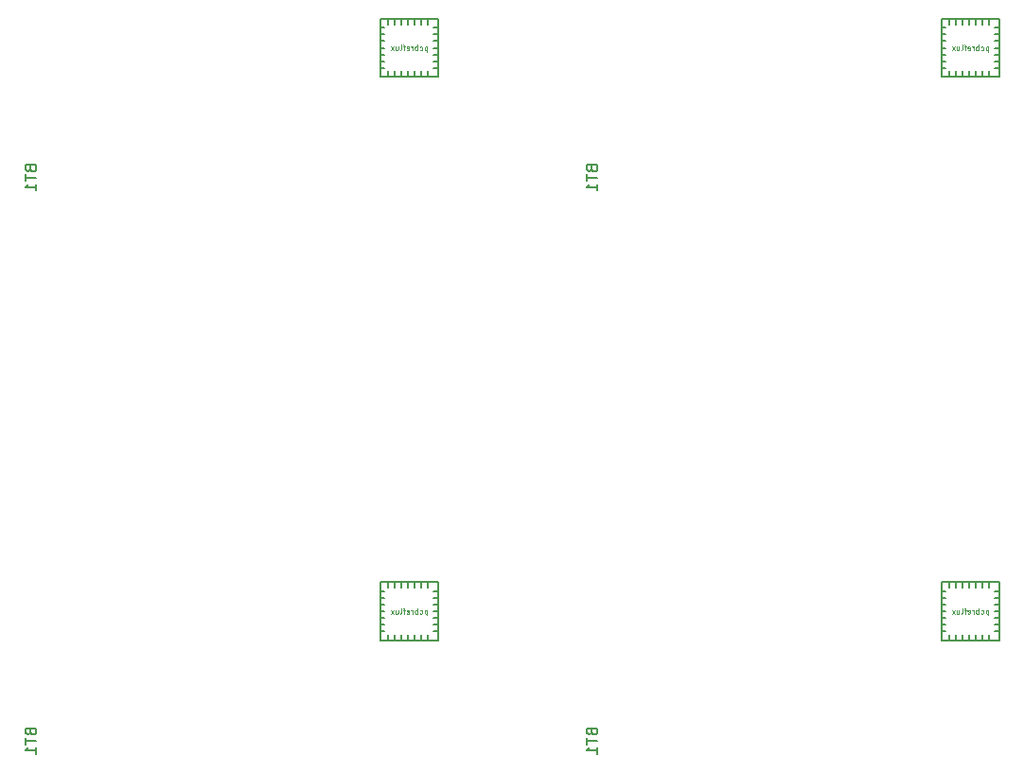
<source format=gbr>
G04 #@! TF.FileFunction,Legend,Bot*
%FSLAX46Y46*%
G04 Gerber Fmt 4.6, Leading zero omitted, Abs format (unit mm)*
G04 Created by KiCad (PCBNEW 4.1.0-alpha+201607130321+6976~46~ubuntu16.04.1-product) date Wed Aug  3 15:05:52 2016*
%MOMM*%
%LPD*%
G01*
G04 APERTURE LIST*
%ADD10C,0.100000*%
%ADD11C,0.150000*%
G04 APERTURE END LIST*
D10*
D11*
X138900000Y-76900000D02*
X138900000Y-77300000D01*
X138300000Y-76900000D02*
X138300000Y-77300000D01*
X137700000Y-76900000D02*
X137700000Y-77300000D01*
X137100000Y-76900000D02*
X137100000Y-77300000D01*
X136500000Y-76900000D02*
X136500000Y-77300000D01*
X135900000Y-76900000D02*
X135900000Y-77300000D01*
X135300000Y-76900000D02*
X135300000Y-77300000D01*
X134600000Y-82000000D02*
X139800000Y-82000000D01*
X134600000Y-76800000D02*
X139800000Y-76800000D01*
X135300000Y-81500000D02*
X135300000Y-81900000D01*
X135900000Y-81500000D02*
X135900000Y-81900000D01*
X136500000Y-81500000D02*
X136500000Y-81900000D01*
X137100000Y-81500000D02*
X137100000Y-81900000D01*
X137700000Y-81500000D02*
X137700000Y-81900000D01*
X138300000Y-81500000D02*
X138300000Y-81900000D01*
X138900000Y-81500000D02*
X138900000Y-81900000D01*
X134600000Y-81200000D02*
X135000000Y-81200000D01*
X134600000Y-80600000D02*
X135000000Y-80600000D01*
X134600000Y-80000000D02*
X135000000Y-80000000D01*
X134600000Y-79400000D02*
X135000000Y-79400000D01*
X134600000Y-78800000D02*
X135000000Y-78800000D01*
X134600000Y-78200000D02*
X135000000Y-78200000D01*
X134600000Y-77600000D02*
X135000000Y-77600000D01*
X139400000Y-77600000D02*
X139800000Y-77600000D01*
X139400000Y-78200000D02*
X139800000Y-78200000D01*
X139400000Y-78800000D02*
X139800000Y-78800000D01*
X139400000Y-79400000D02*
X139800000Y-79400000D01*
X139400000Y-80000000D02*
X139800000Y-80000000D01*
X139400000Y-80600000D02*
X139800000Y-80600000D01*
X139400000Y-81200000D02*
X139800000Y-81200000D01*
X139800000Y-82000000D02*
X139800000Y-76800000D01*
X134600000Y-76800000D02*
X134600000Y-82000000D01*
X88700000Y-76900000D02*
X88700000Y-77300000D01*
X88100000Y-76900000D02*
X88100000Y-77300000D01*
X87500000Y-76900000D02*
X87500000Y-77300000D01*
X86900000Y-76900000D02*
X86900000Y-77300000D01*
X86300000Y-76900000D02*
X86300000Y-77300000D01*
X85700000Y-76900000D02*
X85700000Y-77300000D01*
X85100000Y-76900000D02*
X85100000Y-77300000D01*
X84400000Y-82000000D02*
X89600000Y-82000000D01*
X84400000Y-76800000D02*
X89600000Y-76800000D01*
X85100000Y-81500000D02*
X85100000Y-81900000D01*
X85700000Y-81500000D02*
X85700000Y-81900000D01*
X86300000Y-81500000D02*
X86300000Y-81900000D01*
X86900000Y-81500000D02*
X86900000Y-81900000D01*
X87500000Y-81500000D02*
X87500000Y-81900000D01*
X88100000Y-81500000D02*
X88100000Y-81900000D01*
X88700000Y-81500000D02*
X88700000Y-81900000D01*
X84400000Y-81200000D02*
X84800000Y-81200000D01*
X84400000Y-80600000D02*
X84800000Y-80600000D01*
X84400000Y-80000000D02*
X84800000Y-80000000D01*
X84400000Y-79400000D02*
X84800000Y-79400000D01*
X84400000Y-78800000D02*
X84800000Y-78800000D01*
X84400000Y-78200000D02*
X84800000Y-78200000D01*
X84400000Y-77600000D02*
X84800000Y-77600000D01*
X89200000Y-77600000D02*
X89600000Y-77600000D01*
X89200000Y-78200000D02*
X89600000Y-78200000D01*
X89200000Y-78800000D02*
X89600000Y-78800000D01*
X89200000Y-79400000D02*
X89600000Y-79400000D01*
X89200000Y-80000000D02*
X89600000Y-80000000D01*
X89200000Y-80600000D02*
X89600000Y-80600000D01*
X89200000Y-81200000D02*
X89600000Y-81200000D01*
X89600000Y-82000000D02*
X89600000Y-76800000D01*
X84400000Y-76800000D02*
X84400000Y-82000000D01*
X138900000Y-127300000D02*
X138900000Y-127700000D01*
X138300000Y-127300000D02*
X138300000Y-127700000D01*
X137700000Y-127300000D02*
X137700000Y-127700000D01*
X137100000Y-127300000D02*
X137100000Y-127700000D01*
X136500000Y-127300000D02*
X136500000Y-127700000D01*
X135900000Y-127300000D02*
X135900000Y-127700000D01*
X135300000Y-127300000D02*
X135300000Y-127700000D01*
X134600000Y-132400000D02*
X139800000Y-132400000D01*
X134600000Y-127200000D02*
X139800000Y-127200000D01*
X135300000Y-131900000D02*
X135300000Y-132300000D01*
X135900000Y-131900000D02*
X135900000Y-132300000D01*
X136500000Y-131900000D02*
X136500000Y-132300000D01*
X137100000Y-131900000D02*
X137100000Y-132300000D01*
X137700000Y-131900000D02*
X137700000Y-132300000D01*
X138300000Y-131900000D02*
X138300000Y-132300000D01*
X138900000Y-131900000D02*
X138900000Y-132300000D01*
X134600000Y-131600000D02*
X135000000Y-131600000D01*
X134600000Y-131000000D02*
X135000000Y-131000000D01*
X134600000Y-130400000D02*
X135000000Y-130400000D01*
X134600000Y-129800000D02*
X135000000Y-129800000D01*
X134600000Y-129200000D02*
X135000000Y-129200000D01*
X134600000Y-128600000D02*
X135000000Y-128600000D01*
X134600000Y-128000000D02*
X135000000Y-128000000D01*
X139400000Y-128000000D02*
X139800000Y-128000000D01*
X139400000Y-128600000D02*
X139800000Y-128600000D01*
X139400000Y-129200000D02*
X139800000Y-129200000D01*
X139400000Y-129800000D02*
X139800000Y-129800000D01*
X139400000Y-130400000D02*
X139800000Y-130400000D01*
X139400000Y-131000000D02*
X139800000Y-131000000D01*
X139400000Y-131600000D02*
X139800000Y-131600000D01*
X139800000Y-132400000D02*
X139800000Y-127200000D01*
X134600000Y-127200000D02*
X134600000Y-132400000D01*
X88700000Y-127300000D02*
X88700000Y-127700000D01*
X88100000Y-127300000D02*
X88100000Y-127700000D01*
X87500000Y-127300000D02*
X87500000Y-127700000D01*
X86900000Y-127300000D02*
X86900000Y-127700000D01*
X86300000Y-127300000D02*
X86300000Y-127700000D01*
X85700000Y-127300000D02*
X85700000Y-127700000D01*
X85100000Y-127300000D02*
X85100000Y-127700000D01*
X84400000Y-132400000D02*
X89600000Y-132400000D01*
X84400000Y-127200000D02*
X89600000Y-127200000D01*
X85100000Y-131900000D02*
X85100000Y-132300000D01*
X85700000Y-131900000D02*
X85700000Y-132300000D01*
X86300000Y-131900000D02*
X86300000Y-132300000D01*
X86900000Y-131900000D02*
X86900000Y-132300000D01*
X87500000Y-131900000D02*
X87500000Y-132300000D01*
X88100000Y-131900000D02*
X88100000Y-132300000D01*
X88700000Y-131900000D02*
X88700000Y-132300000D01*
X84400000Y-131600000D02*
X84800000Y-131600000D01*
X84400000Y-131000000D02*
X84800000Y-131000000D01*
X84400000Y-130400000D02*
X84800000Y-130400000D01*
X84400000Y-129800000D02*
X84800000Y-129800000D01*
X84400000Y-129200000D02*
X84800000Y-129200000D01*
X84400000Y-128600000D02*
X84800000Y-128600000D01*
X84400000Y-128000000D02*
X84800000Y-128000000D01*
X89200000Y-128000000D02*
X89600000Y-128000000D01*
X89200000Y-128600000D02*
X89600000Y-128600000D01*
X89200000Y-129200000D02*
X89600000Y-129200000D01*
X89200000Y-129800000D02*
X89600000Y-129800000D01*
X89200000Y-130400000D02*
X89600000Y-130400000D01*
X89200000Y-131000000D02*
X89600000Y-131000000D01*
X89200000Y-131600000D02*
X89600000Y-131600000D01*
X89600000Y-132400000D02*
X89600000Y-127200000D01*
X84400000Y-127200000D02*
X84400000Y-132400000D01*
D10*
X138819047Y-79292857D02*
X138819047Y-79792857D01*
X138819047Y-79316666D02*
X138771428Y-79292857D01*
X138676190Y-79292857D01*
X138628571Y-79316666D01*
X138604761Y-79340476D01*
X138580952Y-79388095D01*
X138580952Y-79530952D01*
X138604761Y-79578571D01*
X138628571Y-79602380D01*
X138676190Y-79626190D01*
X138771428Y-79626190D01*
X138819047Y-79602380D01*
X138152380Y-79602380D02*
X138200000Y-79626190D01*
X138295238Y-79626190D01*
X138342857Y-79602380D01*
X138366666Y-79578571D01*
X138390476Y-79530952D01*
X138390476Y-79388095D01*
X138366666Y-79340476D01*
X138342857Y-79316666D01*
X138295238Y-79292857D01*
X138200000Y-79292857D01*
X138152380Y-79316666D01*
X137938095Y-79626190D02*
X137938095Y-79126190D01*
X137938095Y-79316666D02*
X137890476Y-79292857D01*
X137795238Y-79292857D01*
X137747619Y-79316666D01*
X137723809Y-79340476D01*
X137700000Y-79388095D01*
X137700000Y-79530952D01*
X137723809Y-79578571D01*
X137747619Y-79602380D01*
X137795238Y-79626190D01*
X137890476Y-79626190D01*
X137938095Y-79602380D01*
X137485714Y-79626190D02*
X137485714Y-79292857D01*
X137485714Y-79388095D02*
X137461904Y-79340476D01*
X137438095Y-79316666D01*
X137390476Y-79292857D01*
X137342857Y-79292857D01*
X136985714Y-79602380D02*
X137033333Y-79626190D01*
X137128571Y-79626190D01*
X137176190Y-79602380D01*
X137200000Y-79554761D01*
X137200000Y-79364285D01*
X137176190Y-79316666D01*
X137128571Y-79292857D01*
X137033333Y-79292857D01*
X136985714Y-79316666D01*
X136961904Y-79364285D01*
X136961904Y-79411904D01*
X137200000Y-79459523D01*
X136819047Y-79292857D02*
X136628571Y-79292857D01*
X136747619Y-79626190D02*
X136747619Y-79197619D01*
X136723809Y-79150000D01*
X136676190Y-79126190D01*
X136628571Y-79126190D01*
X136390476Y-79626190D02*
X136438095Y-79602380D01*
X136461904Y-79554761D01*
X136461904Y-79126190D01*
X135985714Y-79292857D02*
X135985714Y-79626190D01*
X136200000Y-79292857D02*
X136200000Y-79554761D01*
X136176190Y-79602380D01*
X136128571Y-79626190D01*
X136057142Y-79626190D01*
X136009523Y-79602380D01*
X135985714Y-79578571D01*
X135795238Y-79626190D02*
X135533333Y-79292857D01*
X135795238Y-79292857D02*
X135533333Y-79626190D01*
D11*
X103328571Y-90214285D02*
X103376190Y-90357142D01*
X103423809Y-90404761D01*
X103519047Y-90452380D01*
X103661904Y-90452380D01*
X103757142Y-90404761D01*
X103804761Y-90357142D01*
X103852380Y-90261904D01*
X103852380Y-89880952D01*
X102852380Y-89880952D01*
X102852380Y-90214285D01*
X102900000Y-90309523D01*
X102947619Y-90357142D01*
X103042857Y-90404761D01*
X103138095Y-90404761D01*
X103233333Y-90357142D01*
X103280952Y-90309523D01*
X103328571Y-90214285D01*
X103328571Y-89880952D01*
X102852380Y-90738095D02*
X102852380Y-91309523D01*
X103852380Y-91023809D02*
X102852380Y-91023809D01*
X103852380Y-92166666D02*
X103852380Y-91595238D01*
X103852380Y-91880952D02*
X102852380Y-91880952D01*
X102995238Y-91785714D01*
X103090476Y-91690476D01*
X103138095Y-91595238D01*
X53128571Y-90214285D02*
X53176190Y-90357142D01*
X53223809Y-90404761D01*
X53319047Y-90452380D01*
X53461904Y-90452380D01*
X53557142Y-90404761D01*
X53604761Y-90357142D01*
X53652380Y-90261904D01*
X53652380Y-89880952D01*
X52652380Y-89880952D01*
X52652380Y-90214285D01*
X52700000Y-90309523D01*
X52747619Y-90357142D01*
X52842857Y-90404761D01*
X52938095Y-90404761D01*
X53033333Y-90357142D01*
X53080952Y-90309523D01*
X53128571Y-90214285D01*
X53128571Y-89880952D01*
X52652380Y-90738095D02*
X52652380Y-91309523D01*
X53652380Y-91023809D02*
X52652380Y-91023809D01*
X53652380Y-92166666D02*
X53652380Y-91595238D01*
X53652380Y-91880952D02*
X52652380Y-91880952D01*
X52795238Y-91785714D01*
X52890476Y-91690476D01*
X52938095Y-91595238D01*
D10*
X88619047Y-79292857D02*
X88619047Y-79792857D01*
X88619047Y-79316666D02*
X88571428Y-79292857D01*
X88476190Y-79292857D01*
X88428571Y-79316666D01*
X88404761Y-79340476D01*
X88380952Y-79388095D01*
X88380952Y-79530952D01*
X88404761Y-79578571D01*
X88428571Y-79602380D01*
X88476190Y-79626190D01*
X88571428Y-79626190D01*
X88619047Y-79602380D01*
X87952380Y-79602380D02*
X88000000Y-79626190D01*
X88095238Y-79626190D01*
X88142857Y-79602380D01*
X88166666Y-79578571D01*
X88190476Y-79530952D01*
X88190476Y-79388095D01*
X88166666Y-79340476D01*
X88142857Y-79316666D01*
X88095238Y-79292857D01*
X88000000Y-79292857D01*
X87952380Y-79316666D01*
X87738095Y-79626190D02*
X87738095Y-79126190D01*
X87738095Y-79316666D02*
X87690476Y-79292857D01*
X87595238Y-79292857D01*
X87547619Y-79316666D01*
X87523809Y-79340476D01*
X87500000Y-79388095D01*
X87500000Y-79530952D01*
X87523809Y-79578571D01*
X87547619Y-79602380D01*
X87595238Y-79626190D01*
X87690476Y-79626190D01*
X87738095Y-79602380D01*
X87285714Y-79626190D02*
X87285714Y-79292857D01*
X87285714Y-79388095D02*
X87261904Y-79340476D01*
X87238095Y-79316666D01*
X87190476Y-79292857D01*
X87142857Y-79292857D01*
X86785714Y-79602380D02*
X86833333Y-79626190D01*
X86928571Y-79626190D01*
X86976190Y-79602380D01*
X87000000Y-79554761D01*
X87000000Y-79364285D01*
X86976190Y-79316666D01*
X86928571Y-79292857D01*
X86833333Y-79292857D01*
X86785714Y-79316666D01*
X86761904Y-79364285D01*
X86761904Y-79411904D01*
X87000000Y-79459523D01*
X86619047Y-79292857D02*
X86428571Y-79292857D01*
X86547619Y-79626190D02*
X86547619Y-79197619D01*
X86523809Y-79150000D01*
X86476190Y-79126190D01*
X86428571Y-79126190D01*
X86190476Y-79626190D02*
X86238095Y-79602380D01*
X86261904Y-79554761D01*
X86261904Y-79126190D01*
X85785714Y-79292857D02*
X85785714Y-79626190D01*
X86000000Y-79292857D02*
X86000000Y-79554761D01*
X85976190Y-79602380D01*
X85928571Y-79626190D01*
X85857142Y-79626190D01*
X85809523Y-79602380D01*
X85785714Y-79578571D01*
X85595238Y-79626190D02*
X85333333Y-79292857D01*
X85595238Y-79292857D02*
X85333333Y-79626190D01*
D11*
X103328571Y-140614285D02*
X103376190Y-140757142D01*
X103423809Y-140804761D01*
X103519047Y-140852380D01*
X103661904Y-140852380D01*
X103757142Y-140804761D01*
X103804761Y-140757142D01*
X103852380Y-140661904D01*
X103852380Y-140280952D01*
X102852380Y-140280952D01*
X102852380Y-140614285D01*
X102900000Y-140709523D01*
X102947619Y-140757142D01*
X103042857Y-140804761D01*
X103138095Y-140804761D01*
X103233333Y-140757142D01*
X103280952Y-140709523D01*
X103328571Y-140614285D01*
X103328571Y-140280952D01*
X102852380Y-141138095D02*
X102852380Y-141709523D01*
X103852380Y-141423809D02*
X102852380Y-141423809D01*
X103852380Y-142566666D02*
X103852380Y-141995238D01*
X103852380Y-142280952D02*
X102852380Y-142280952D01*
X102995238Y-142185714D01*
X103090476Y-142090476D01*
X103138095Y-141995238D01*
D10*
X138819047Y-129692857D02*
X138819047Y-130192857D01*
X138819047Y-129716666D02*
X138771428Y-129692857D01*
X138676190Y-129692857D01*
X138628571Y-129716666D01*
X138604761Y-129740476D01*
X138580952Y-129788095D01*
X138580952Y-129930952D01*
X138604761Y-129978571D01*
X138628571Y-130002380D01*
X138676190Y-130026190D01*
X138771428Y-130026190D01*
X138819047Y-130002380D01*
X138152380Y-130002380D02*
X138200000Y-130026190D01*
X138295238Y-130026190D01*
X138342857Y-130002380D01*
X138366666Y-129978571D01*
X138390476Y-129930952D01*
X138390476Y-129788095D01*
X138366666Y-129740476D01*
X138342857Y-129716666D01*
X138295238Y-129692857D01*
X138200000Y-129692857D01*
X138152380Y-129716666D01*
X137938095Y-130026190D02*
X137938095Y-129526190D01*
X137938095Y-129716666D02*
X137890476Y-129692857D01*
X137795238Y-129692857D01*
X137747619Y-129716666D01*
X137723809Y-129740476D01*
X137700000Y-129788095D01*
X137700000Y-129930952D01*
X137723809Y-129978571D01*
X137747619Y-130002380D01*
X137795238Y-130026190D01*
X137890476Y-130026190D01*
X137938095Y-130002380D01*
X137485714Y-130026190D02*
X137485714Y-129692857D01*
X137485714Y-129788095D02*
X137461904Y-129740476D01*
X137438095Y-129716666D01*
X137390476Y-129692857D01*
X137342857Y-129692857D01*
X136985714Y-130002380D02*
X137033333Y-130026190D01*
X137128571Y-130026190D01*
X137176190Y-130002380D01*
X137200000Y-129954761D01*
X137200000Y-129764285D01*
X137176190Y-129716666D01*
X137128571Y-129692857D01*
X137033333Y-129692857D01*
X136985714Y-129716666D01*
X136961904Y-129764285D01*
X136961904Y-129811904D01*
X137200000Y-129859523D01*
X136819047Y-129692857D02*
X136628571Y-129692857D01*
X136747619Y-130026190D02*
X136747619Y-129597619D01*
X136723809Y-129550000D01*
X136676190Y-129526190D01*
X136628571Y-129526190D01*
X136390476Y-130026190D02*
X136438095Y-130002380D01*
X136461904Y-129954761D01*
X136461904Y-129526190D01*
X135985714Y-129692857D02*
X135985714Y-130026190D01*
X136200000Y-129692857D02*
X136200000Y-129954761D01*
X136176190Y-130002380D01*
X136128571Y-130026190D01*
X136057142Y-130026190D01*
X136009523Y-130002380D01*
X135985714Y-129978571D01*
X135795238Y-130026190D02*
X135533333Y-129692857D01*
X135795238Y-129692857D02*
X135533333Y-130026190D01*
X88619047Y-129692857D02*
X88619047Y-130192857D01*
X88619047Y-129716666D02*
X88571428Y-129692857D01*
X88476190Y-129692857D01*
X88428571Y-129716666D01*
X88404761Y-129740476D01*
X88380952Y-129788095D01*
X88380952Y-129930952D01*
X88404761Y-129978571D01*
X88428571Y-130002380D01*
X88476190Y-130026190D01*
X88571428Y-130026190D01*
X88619047Y-130002380D01*
X87952380Y-130002380D02*
X88000000Y-130026190D01*
X88095238Y-130026190D01*
X88142857Y-130002380D01*
X88166666Y-129978571D01*
X88190476Y-129930952D01*
X88190476Y-129788095D01*
X88166666Y-129740476D01*
X88142857Y-129716666D01*
X88095238Y-129692857D01*
X88000000Y-129692857D01*
X87952380Y-129716666D01*
X87738095Y-130026190D02*
X87738095Y-129526190D01*
X87738095Y-129716666D02*
X87690476Y-129692857D01*
X87595238Y-129692857D01*
X87547619Y-129716666D01*
X87523809Y-129740476D01*
X87500000Y-129788095D01*
X87500000Y-129930952D01*
X87523809Y-129978571D01*
X87547619Y-130002380D01*
X87595238Y-130026190D01*
X87690476Y-130026190D01*
X87738095Y-130002380D01*
X87285714Y-130026190D02*
X87285714Y-129692857D01*
X87285714Y-129788095D02*
X87261904Y-129740476D01*
X87238095Y-129716666D01*
X87190476Y-129692857D01*
X87142857Y-129692857D01*
X86785714Y-130002380D02*
X86833333Y-130026190D01*
X86928571Y-130026190D01*
X86976190Y-130002380D01*
X87000000Y-129954761D01*
X87000000Y-129764285D01*
X86976190Y-129716666D01*
X86928571Y-129692857D01*
X86833333Y-129692857D01*
X86785714Y-129716666D01*
X86761904Y-129764285D01*
X86761904Y-129811904D01*
X87000000Y-129859523D01*
X86619047Y-129692857D02*
X86428571Y-129692857D01*
X86547619Y-130026190D02*
X86547619Y-129597619D01*
X86523809Y-129550000D01*
X86476190Y-129526190D01*
X86428571Y-129526190D01*
X86190476Y-130026190D02*
X86238095Y-130002380D01*
X86261904Y-129954761D01*
X86261904Y-129526190D01*
X85785714Y-129692857D02*
X85785714Y-130026190D01*
X86000000Y-129692857D02*
X86000000Y-129954761D01*
X85976190Y-130002380D01*
X85928571Y-130026190D01*
X85857142Y-130026190D01*
X85809523Y-130002380D01*
X85785714Y-129978571D01*
X85595238Y-130026190D02*
X85333333Y-129692857D01*
X85595238Y-129692857D02*
X85333333Y-130026190D01*
D11*
X53128571Y-140614285D02*
X53176190Y-140757142D01*
X53223809Y-140804761D01*
X53319047Y-140852380D01*
X53461904Y-140852380D01*
X53557142Y-140804761D01*
X53604761Y-140757142D01*
X53652380Y-140661904D01*
X53652380Y-140280952D01*
X52652380Y-140280952D01*
X52652380Y-140614285D01*
X52700000Y-140709523D01*
X52747619Y-140757142D01*
X52842857Y-140804761D01*
X52938095Y-140804761D01*
X53033333Y-140757142D01*
X53080952Y-140709523D01*
X53128571Y-140614285D01*
X53128571Y-140280952D01*
X52652380Y-141138095D02*
X52652380Y-141709523D01*
X53652380Y-141423809D02*
X52652380Y-141423809D01*
X53652380Y-142566666D02*
X53652380Y-141995238D01*
X53652380Y-142280952D02*
X52652380Y-142280952D01*
X52795238Y-142185714D01*
X52890476Y-142090476D01*
X52938095Y-141995238D01*
M02*

</source>
